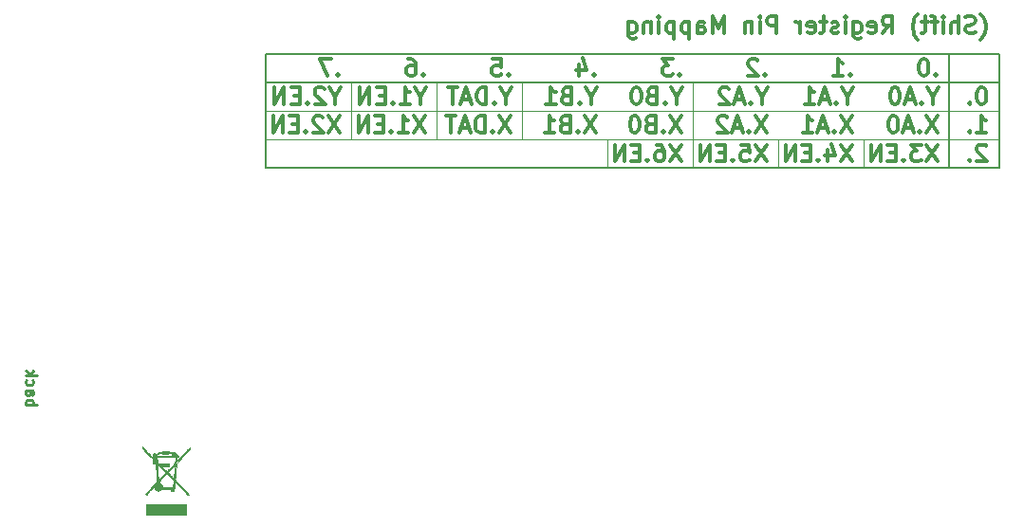
<source format=gbr>
G04 #@! TF.GenerationSoftware,KiCad,Pcbnew,(5.0.1)-4*
G04 #@! TF.CreationDate,2018-11-25T16:05:00+01:00*
G04 #@! TF.ProjectId,Flips6,466C697073362E6B696361645F706362,V1.0*
G04 #@! TF.SameCoordinates,Original*
G04 #@! TF.FileFunction,Legend,Bot*
G04 #@! TF.FilePolarity,Positive*
%FSLAX46Y46*%
G04 Gerber Fmt 4.6, Leading zero omitted, Abs format (unit mm)*
G04 Created by KiCad (PCBNEW (5.0.1)-4) date 25.11.2018 16:05:00*
%MOMM*%
%LPD*%
G01*
G04 APERTURE LIST*
%ADD10C,0.100000*%
%ADD11C,0.200000*%
%ADD12C,0.300000*%
%ADD13C,0.250000*%
%ADD14C,0.010000*%
G04 APERTURE END LIST*
D10*
X126365000Y-66040000D02*
X126365000Y-68580000D01*
X118745000Y-66040000D02*
X118745000Y-68580000D01*
X80645000Y-60960000D02*
X80645000Y-66040000D01*
X103505000Y-66040000D02*
X103505000Y-68580000D01*
X88265000Y-60960000D02*
X88265000Y-66040000D01*
X95885000Y-60960000D02*
X95885000Y-66040000D01*
X111125000Y-60960000D02*
X111125000Y-68580000D01*
X138430000Y-66040000D02*
X73025000Y-66040000D01*
X138430000Y-63500000D02*
X138430000Y-66040000D01*
X73025000Y-63500000D02*
X138430000Y-63500000D01*
D11*
X138430000Y-60960000D02*
X73025000Y-60960000D01*
X133985000Y-58420000D02*
X133985000Y-68580000D01*
X73025000Y-58420000D02*
X138430000Y-58420000D01*
X73025000Y-68580000D02*
X73025000Y-58420000D01*
X138430000Y-68580000D02*
X73025000Y-68580000D01*
X138430000Y-58420000D02*
X138430000Y-68580000D01*
D12*
X136814285Y-57130000D02*
X136885714Y-57058571D01*
X137028571Y-56844285D01*
X137100000Y-56701428D01*
X137171428Y-56487142D01*
X137242857Y-56130000D01*
X137242857Y-55844285D01*
X137171428Y-55487142D01*
X137100000Y-55272857D01*
X137028571Y-55130000D01*
X136885714Y-54915714D01*
X136814285Y-54844285D01*
X136314285Y-56487142D02*
X136100000Y-56558571D01*
X135742857Y-56558571D01*
X135600000Y-56487142D01*
X135528571Y-56415714D01*
X135457142Y-56272857D01*
X135457142Y-56130000D01*
X135528571Y-55987142D01*
X135600000Y-55915714D01*
X135742857Y-55844285D01*
X136028571Y-55772857D01*
X136171428Y-55701428D01*
X136242857Y-55630000D01*
X136314285Y-55487142D01*
X136314285Y-55344285D01*
X136242857Y-55201428D01*
X136171428Y-55130000D01*
X136028571Y-55058571D01*
X135671428Y-55058571D01*
X135457142Y-55130000D01*
X134814285Y-56558571D02*
X134814285Y-55058571D01*
X134171428Y-56558571D02*
X134171428Y-55772857D01*
X134242857Y-55630000D01*
X134385714Y-55558571D01*
X134600000Y-55558571D01*
X134742857Y-55630000D01*
X134814285Y-55701428D01*
X133457142Y-56558571D02*
X133457142Y-55558571D01*
X133457142Y-55058571D02*
X133528571Y-55130000D01*
X133457142Y-55201428D01*
X133385714Y-55130000D01*
X133457142Y-55058571D01*
X133457142Y-55201428D01*
X132957142Y-55558571D02*
X132385714Y-55558571D01*
X132742857Y-56558571D02*
X132742857Y-55272857D01*
X132671428Y-55130000D01*
X132528571Y-55058571D01*
X132385714Y-55058571D01*
X132100000Y-55558571D02*
X131528571Y-55558571D01*
X131885714Y-55058571D02*
X131885714Y-56344285D01*
X131814285Y-56487142D01*
X131671428Y-56558571D01*
X131528571Y-56558571D01*
X131171428Y-57130000D02*
X131100000Y-57058571D01*
X130957142Y-56844285D01*
X130885714Y-56701428D01*
X130814285Y-56487142D01*
X130742857Y-56130000D01*
X130742857Y-55844285D01*
X130814285Y-55487142D01*
X130885714Y-55272857D01*
X130957142Y-55130000D01*
X131100000Y-54915714D01*
X131171428Y-54844285D01*
X128028571Y-56558571D02*
X128528571Y-55844285D01*
X128885714Y-56558571D02*
X128885714Y-55058571D01*
X128314285Y-55058571D01*
X128171428Y-55130000D01*
X128100000Y-55201428D01*
X128028571Y-55344285D01*
X128028571Y-55558571D01*
X128100000Y-55701428D01*
X128171428Y-55772857D01*
X128314285Y-55844285D01*
X128885714Y-55844285D01*
X126814285Y-56487142D02*
X126957142Y-56558571D01*
X127242857Y-56558571D01*
X127385714Y-56487142D01*
X127457142Y-56344285D01*
X127457142Y-55772857D01*
X127385714Y-55630000D01*
X127242857Y-55558571D01*
X126957142Y-55558571D01*
X126814285Y-55630000D01*
X126742857Y-55772857D01*
X126742857Y-55915714D01*
X127457142Y-56058571D01*
X125457142Y-55558571D02*
X125457142Y-56772857D01*
X125528571Y-56915714D01*
X125600000Y-56987142D01*
X125742857Y-57058571D01*
X125957142Y-57058571D01*
X126100000Y-56987142D01*
X125457142Y-56487142D02*
X125600000Y-56558571D01*
X125885714Y-56558571D01*
X126028571Y-56487142D01*
X126100000Y-56415714D01*
X126171428Y-56272857D01*
X126171428Y-55844285D01*
X126100000Y-55701428D01*
X126028571Y-55630000D01*
X125885714Y-55558571D01*
X125600000Y-55558571D01*
X125457142Y-55630000D01*
X124742857Y-56558571D02*
X124742857Y-55558571D01*
X124742857Y-55058571D02*
X124814285Y-55130000D01*
X124742857Y-55201428D01*
X124671428Y-55130000D01*
X124742857Y-55058571D01*
X124742857Y-55201428D01*
X124100000Y-56487142D02*
X123957142Y-56558571D01*
X123671428Y-56558571D01*
X123528571Y-56487142D01*
X123457142Y-56344285D01*
X123457142Y-56272857D01*
X123528571Y-56130000D01*
X123671428Y-56058571D01*
X123885714Y-56058571D01*
X124028571Y-55987142D01*
X124100000Y-55844285D01*
X124100000Y-55772857D01*
X124028571Y-55630000D01*
X123885714Y-55558571D01*
X123671428Y-55558571D01*
X123528571Y-55630000D01*
X123028571Y-55558571D02*
X122457142Y-55558571D01*
X122814285Y-55058571D02*
X122814285Y-56344285D01*
X122742857Y-56487142D01*
X122600000Y-56558571D01*
X122457142Y-56558571D01*
X121385714Y-56487142D02*
X121528571Y-56558571D01*
X121814285Y-56558571D01*
X121957142Y-56487142D01*
X122028571Y-56344285D01*
X122028571Y-55772857D01*
X121957142Y-55630000D01*
X121814285Y-55558571D01*
X121528571Y-55558571D01*
X121385714Y-55630000D01*
X121314285Y-55772857D01*
X121314285Y-55915714D01*
X122028571Y-56058571D01*
X120671428Y-56558571D02*
X120671428Y-55558571D01*
X120671428Y-55844285D02*
X120600000Y-55701428D01*
X120528571Y-55630000D01*
X120385714Y-55558571D01*
X120242857Y-55558571D01*
X118600000Y-56558571D02*
X118600000Y-55058571D01*
X118028571Y-55058571D01*
X117885714Y-55130000D01*
X117814285Y-55201428D01*
X117742857Y-55344285D01*
X117742857Y-55558571D01*
X117814285Y-55701428D01*
X117885714Y-55772857D01*
X118028571Y-55844285D01*
X118600000Y-55844285D01*
X117100000Y-56558571D02*
X117100000Y-55558571D01*
X117100000Y-55058571D02*
X117171428Y-55130000D01*
X117100000Y-55201428D01*
X117028571Y-55130000D01*
X117100000Y-55058571D01*
X117100000Y-55201428D01*
X116385714Y-55558571D02*
X116385714Y-56558571D01*
X116385714Y-55701428D02*
X116314285Y-55630000D01*
X116171428Y-55558571D01*
X115957142Y-55558571D01*
X115814285Y-55630000D01*
X115742857Y-55772857D01*
X115742857Y-56558571D01*
X113885714Y-56558571D02*
X113885714Y-55058571D01*
X113385714Y-56130000D01*
X112885714Y-55058571D01*
X112885714Y-56558571D01*
X111528571Y-56558571D02*
X111528571Y-55772857D01*
X111600000Y-55630000D01*
X111742857Y-55558571D01*
X112028571Y-55558571D01*
X112171428Y-55630000D01*
X111528571Y-56487142D02*
X111671428Y-56558571D01*
X112028571Y-56558571D01*
X112171428Y-56487142D01*
X112242857Y-56344285D01*
X112242857Y-56201428D01*
X112171428Y-56058571D01*
X112028571Y-55987142D01*
X111671428Y-55987142D01*
X111528571Y-55915714D01*
X110814285Y-55558571D02*
X110814285Y-57058571D01*
X110814285Y-55630000D02*
X110671428Y-55558571D01*
X110385714Y-55558571D01*
X110242857Y-55630000D01*
X110171428Y-55701428D01*
X110100000Y-55844285D01*
X110100000Y-56272857D01*
X110171428Y-56415714D01*
X110242857Y-56487142D01*
X110385714Y-56558571D01*
X110671428Y-56558571D01*
X110814285Y-56487142D01*
X109457142Y-55558571D02*
X109457142Y-57058571D01*
X109457142Y-55630000D02*
X109314285Y-55558571D01*
X109028571Y-55558571D01*
X108885714Y-55630000D01*
X108814285Y-55701428D01*
X108742857Y-55844285D01*
X108742857Y-56272857D01*
X108814285Y-56415714D01*
X108885714Y-56487142D01*
X109028571Y-56558571D01*
X109314285Y-56558571D01*
X109457142Y-56487142D01*
X108100000Y-56558571D02*
X108100000Y-55558571D01*
X108100000Y-55058571D02*
X108171428Y-55130000D01*
X108100000Y-55201428D01*
X108028571Y-55130000D01*
X108100000Y-55058571D01*
X108100000Y-55201428D01*
X107385714Y-55558571D02*
X107385714Y-56558571D01*
X107385714Y-55701428D02*
X107314285Y-55630000D01*
X107171428Y-55558571D01*
X106957142Y-55558571D01*
X106814285Y-55630000D01*
X106742857Y-55772857D01*
X106742857Y-56558571D01*
X105385714Y-55558571D02*
X105385714Y-56772857D01*
X105457142Y-56915714D01*
X105528571Y-56987142D01*
X105671428Y-57058571D01*
X105885714Y-57058571D01*
X106028571Y-56987142D01*
X105385714Y-56487142D02*
X105528571Y-56558571D01*
X105814285Y-56558571D01*
X105957142Y-56487142D01*
X106028571Y-56415714D01*
X106100000Y-56272857D01*
X106100000Y-55844285D01*
X106028571Y-55701428D01*
X105957142Y-55630000D01*
X105814285Y-55558571D01*
X105528571Y-55558571D01*
X105385714Y-55630000D01*
X79457857Y-60210714D02*
X79386428Y-60282142D01*
X79457857Y-60353571D01*
X79529285Y-60282142D01*
X79457857Y-60210714D01*
X79457857Y-60353571D01*
X78886428Y-58853571D02*
X77886428Y-58853571D01*
X78529285Y-60353571D01*
X79172142Y-62189285D02*
X79172142Y-62903571D01*
X79672142Y-61403571D02*
X79172142Y-62189285D01*
X78672142Y-61403571D01*
X78243571Y-61546428D02*
X78172142Y-61475000D01*
X78029285Y-61403571D01*
X77672142Y-61403571D01*
X77529285Y-61475000D01*
X77457857Y-61546428D01*
X77386428Y-61689285D01*
X77386428Y-61832142D01*
X77457857Y-62046428D01*
X78315000Y-62903571D01*
X77386428Y-62903571D01*
X76743571Y-62760714D02*
X76672142Y-62832142D01*
X76743571Y-62903571D01*
X76815000Y-62832142D01*
X76743571Y-62760714D01*
X76743571Y-62903571D01*
X76029285Y-62117857D02*
X75529285Y-62117857D01*
X75315000Y-62903571D02*
X76029285Y-62903571D01*
X76029285Y-61403571D01*
X75315000Y-61403571D01*
X74672142Y-62903571D02*
X74672142Y-61403571D01*
X73815000Y-62903571D01*
X73815000Y-61403571D01*
X79600714Y-63953571D02*
X78600714Y-65453571D01*
X78600714Y-63953571D02*
X79600714Y-65453571D01*
X78100714Y-64096428D02*
X78029285Y-64025000D01*
X77886428Y-63953571D01*
X77529285Y-63953571D01*
X77386428Y-64025000D01*
X77315000Y-64096428D01*
X77243571Y-64239285D01*
X77243571Y-64382142D01*
X77315000Y-64596428D01*
X78172142Y-65453571D01*
X77243571Y-65453571D01*
X76600714Y-65310714D02*
X76529285Y-65382142D01*
X76600714Y-65453571D01*
X76672142Y-65382142D01*
X76600714Y-65310714D01*
X76600714Y-65453571D01*
X75886428Y-64667857D02*
X75386428Y-64667857D01*
X75172142Y-65453571D02*
X75886428Y-65453571D01*
X75886428Y-63953571D01*
X75172142Y-63953571D01*
X74529285Y-65453571D02*
X74529285Y-63953571D01*
X73672142Y-65453571D01*
X73672142Y-63953571D01*
X87077857Y-60210714D02*
X87006428Y-60282142D01*
X87077857Y-60353571D01*
X87149285Y-60282142D01*
X87077857Y-60210714D01*
X87077857Y-60353571D01*
X85720714Y-58853571D02*
X86006428Y-58853571D01*
X86149285Y-58925000D01*
X86220714Y-58996428D01*
X86363571Y-59210714D01*
X86435000Y-59496428D01*
X86435000Y-60067857D01*
X86363571Y-60210714D01*
X86292142Y-60282142D01*
X86149285Y-60353571D01*
X85863571Y-60353571D01*
X85720714Y-60282142D01*
X85649285Y-60210714D01*
X85577857Y-60067857D01*
X85577857Y-59710714D01*
X85649285Y-59567857D01*
X85720714Y-59496428D01*
X85863571Y-59425000D01*
X86149285Y-59425000D01*
X86292142Y-59496428D01*
X86363571Y-59567857D01*
X86435000Y-59710714D01*
X86792142Y-62189285D02*
X86792142Y-62903571D01*
X87292142Y-61403571D02*
X86792142Y-62189285D01*
X86292142Y-61403571D01*
X85006428Y-62903571D02*
X85863571Y-62903571D01*
X85435000Y-62903571D02*
X85435000Y-61403571D01*
X85577857Y-61617857D01*
X85720714Y-61760714D01*
X85863571Y-61832142D01*
X84363571Y-62760714D02*
X84292142Y-62832142D01*
X84363571Y-62903571D01*
X84435000Y-62832142D01*
X84363571Y-62760714D01*
X84363571Y-62903571D01*
X83649285Y-62117857D02*
X83149285Y-62117857D01*
X82935000Y-62903571D02*
X83649285Y-62903571D01*
X83649285Y-61403571D01*
X82935000Y-61403571D01*
X82292142Y-62903571D02*
X82292142Y-61403571D01*
X81435000Y-62903571D01*
X81435000Y-61403571D01*
X87220714Y-63953571D02*
X86220714Y-65453571D01*
X86220714Y-63953571D02*
X87220714Y-65453571D01*
X84863571Y-65453571D02*
X85720714Y-65453571D01*
X85292142Y-65453571D02*
X85292142Y-63953571D01*
X85435000Y-64167857D01*
X85577857Y-64310714D01*
X85720714Y-64382142D01*
X84220714Y-65310714D02*
X84149285Y-65382142D01*
X84220714Y-65453571D01*
X84292142Y-65382142D01*
X84220714Y-65310714D01*
X84220714Y-65453571D01*
X83506428Y-64667857D02*
X83006428Y-64667857D01*
X82792142Y-65453571D02*
X83506428Y-65453571D01*
X83506428Y-63953571D01*
X82792142Y-63953571D01*
X82149285Y-65453571D02*
X82149285Y-63953571D01*
X81292142Y-65453571D01*
X81292142Y-63953571D01*
X94697857Y-60210714D02*
X94626428Y-60282142D01*
X94697857Y-60353571D01*
X94769285Y-60282142D01*
X94697857Y-60210714D01*
X94697857Y-60353571D01*
X93269285Y-58853571D02*
X93983571Y-58853571D01*
X94055000Y-59567857D01*
X93983571Y-59496428D01*
X93840714Y-59425000D01*
X93483571Y-59425000D01*
X93340714Y-59496428D01*
X93269285Y-59567857D01*
X93197857Y-59710714D01*
X93197857Y-60067857D01*
X93269285Y-60210714D01*
X93340714Y-60282142D01*
X93483571Y-60353571D01*
X93840714Y-60353571D01*
X93983571Y-60282142D01*
X94055000Y-60210714D01*
X94412142Y-62189285D02*
X94412142Y-62903571D01*
X94912142Y-61403571D02*
X94412142Y-62189285D01*
X93912142Y-61403571D01*
X93412142Y-62760714D02*
X93340714Y-62832142D01*
X93412142Y-62903571D01*
X93483571Y-62832142D01*
X93412142Y-62760714D01*
X93412142Y-62903571D01*
X92697857Y-62903571D02*
X92697857Y-61403571D01*
X92340714Y-61403571D01*
X92126428Y-61475000D01*
X91983571Y-61617857D01*
X91912142Y-61760714D01*
X91840714Y-62046428D01*
X91840714Y-62260714D01*
X91912142Y-62546428D01*
X91983571Y-62689285D01*
X92126428Y-62832142D01*
X92340714Y-62903571D01*
X92697857Y-62903571D01*
X91269285Y-62475000D02*
X90555000Y-62475000D01*
X91412142Y-62903571D02*
X90912142Y-61403571D01*
X90412142Y-62903571D01*
X90126428Y-61403571D02*
X89269285Y-61403571D01*
X89697857Y-62903571D02*
X89697857Y-61403571D01*
X94840714Y-63953571D02*
X93840714Y-65453571D01*
X93840714Y-63953571D02*
X94840714Y-65453571D01*
X93269285Y-65310714D02*
X93197857Y-65382142D01*
X93269285Y-65453571D01*
X93340714Y-65382142D01*
X93269285Y-65310714D01*
X93269285Y-65453571D01*
X92555000Y-65453571D02*
X92555000Y-63953571D01*
X92197857Y-63953571D01*
X91983571Y-64025000D01*
X91840714Y-64167857D01*
X91769285Y-64310714D01*
X91697857Y-64596428D01*
X91697857Y-64810714D01*
X91769285Y-65096428D01*
X91840714Y-65239285D01*
X91983571Y-65382142D01*
X92197857Y-65453571D01*
X92555000Y-65453571D01*
X91126428Y-65025000D02*
X90412142Y-65025000D01*
X91269285Y-65453571D02*
X90769285Y-63953571D01*
X90269285Y-65453571D01*
X89983571Y-63953571D02*
X89126428Y-63953571D01*
X89555000Y-65453571D02*
X89555000Y-63953571D01*
X102317857Y-60210714D02*
X102246428Y-60282142D01*
X102317857Y-60353571D01*
X102389285Y-60282142D01*
X102317857Y-60210714D01*
X102317857Y-60353571D01*
X100960714Y-59353571D02*
X100960714Y-60353571D01*
X101317857Y-58782142D02*
X101675000Y-59853571D01*
X100746428Y-59853571D01*
X102032142Y-62189285D02*
X102032142Y-62903571D01*
X102532142Y-61403571D02*
X102032142Y-62189285D01*
X101532142Y-61403571D01*
X101032142Y-62760714D02*
X100960714Y-62832142D01*
X101032142Y-62903571D01*
X101103571Y-62832142D01*
X101032142Y-62760714D01*
X101032142Y-62903571D01*
X99817857Y-62117857D02*
X99603571Y-62189285D01*
X99532142Y-62260714D01*
X99460714Y-62403571D01*
X99460714Y-62617857D01*
X99532142Y-62760714D01*
X99603571Y-62832142D01*
X99746428Y-62903571D01*
X100317857Y-62903571D01*
X100317857Y-61403571D01*
X99817857Y-61403571D01*
X99675000Y-61475000D01*
X99603571Y-61546428D01*
X99532142Y-61689285D01*
X99532142Y-61832142D01*
X99603571Y-61975000D01*
X99675000Y-62046428D01*
X99817857Y-62117857D01*
X100317857Y-62117857D01*
X98032142Y-62903571D02*
X98889285Y-62903571D01*
X98460714Y-62903571D02*
X98460714Y-61403571D01*
X98603571Y-61617857D01*
X98746428Y-61760714D01*
X98889285Y-61832142D01*
X102460714Y-63953571D02*
X101460714Y-65453571D01*
X101460714Y-63953571D02*
X102460714Y-65453571D01*
X100889285Y-65310714D02*
X100817857Y-65382142D01*
X100889285Y-65453571D01*
X100960714Y-65382142D01*
X100889285Y-65310714D01*
X100889285Y-65453571D01*
X99675000Y-64667857D02*
X99460714Y-64739285D01*
X99389285Y-64810714D01*
X99317857Y-64953571D01*
X99317857Y-65167857D01*
X99389285Y-65310714D01*
X99460714Y-65382142D01*
X99603571Y-65453571D01*
X100175000Y-65453571D01*
X100175000Y-63953571D01*
X99675000Y-63953571D01*
X99532142Y-64025000D01*
X99460714Y-64096428D01*
X99389285Y-64239285D01*
X99389285Y-64382142D01*
X99460714Y-64525000D01*
X99532142Y-64596428D01*
X99675000Y-64667857D01*
X100175000Y-64667857D01*
X97889285Y-65453571D02*
X98746428Y-65453571D01*
X98317857Y-65453571D02*
X98317857Y-63953571D01*
X98460714Y-64167857D01*
X98603571Y-64310714D01*
X98746428Y-64382142D01*
X109937857Y-60210714D02*
X109866428Y-60282142D01*
X109937857Y-60353571D01*
X110009285Y-60282142D01*
X109937857Y-60210714D01*
X109937857Y-60353571D01*
X109366428Y-58853571D02*
X108437857Y-58853571D01*
X108937857Y-59425000D01*
X108723571Y-59425000D01*
X108580714Y-59496428D01*
X108509285Y-59567857D01*
X108437857Y-59710714D01*
X108437857Y-60067857D01*
X108509285Y-60210714D01*
X108580714Y-60282142D01*
X108723571Y-60353571D01*
X109152142Y-60353571D01*
X109295000Y-60282142D01*
X109366428Y-60210714D01*
X109652142Y-62189285D02*
X109652142Y-62903571D01*
X110152142Y-61403571D02*
X109652142Y-62189285D01*
X109152142Y-61403571D01*
X108652142Y-62760714D02*
X108580714Y-62832142D01*
X108652142Y-62903571D01*
X108723571Y-62832142D01*
X108652142Y-62760714D01*
X108652142Y-62903571D01*
X107437857Y-62117857D02*
X107223571Y-62189285D01*
X107152142Y-62260714D01*
X107080714Y-62403571D01*
X107080714Y-62617857D01*
X107152142Y-62760714D01*
X107223571Y-62832142D01*
X107366428Y-62903571D01*
X107937857Y-62903571D01*
X107937857Y-61403571D01*
X107437857Y-61403571D01*
X107295000Y-61475000D01*
X107223571Y-61546428D01*
X107152142Y-61689285D01*
X107152142Y-61832142D01*
X107223571Y-61975000D01*
X107295000Y-62046428D01*
X107437857Y-62117857D01*
X107937857Y-62117857D01*
X106152142Y-61403571D02*
X106009285Y-61403571D01*
X105866428Y-61475000D01*
X105795000Y-61546428D01*
X105723571Y-61689285D01*
X105652142Y-61975000D01*
X105652142Y-62332142D01*
X105723571Y-62617857D01*
X105795000Y-62760714D01*
X105866428Y-62832142D01*
X106009285Y-62903571D01*
X106152142Y-62903571D01*
X106295000Y-62832142D01*
X106366428Y-62760714D01*
X106437857Y-62617857D01*
X106509285Y-62332142D01*
X106509285Y-61975000D01*
X106437857Y-61689285D01*
X106366428Y-61546428D01*
X106295000Y-61475000D01*
X106152142Y-61403571D01*
X110080714Y-63953571D02*
X109080714Y-65453571D01*
X109080714Y-63953571D02*
X110080714Y-65453571D01*
X108509285Y-65310714D02*
X108437857Y-65382142D01*
X108509285Y-65453571D01*
X108580714Y-65382142D01*
X108509285Y-65310714D01*
X108509285Y-65453571D01*
X107295000Y-64667857D02*
X107080714Y-64739285D01*
X107009285Y-64810714D01*
X106937857Y-64953571D01*
X106937857Y-65167857D01*
X107009285Y-65310714D01*
X107080714Y-65382142D01*
X107223571Y-65453571D01*
X107795000Y-65453571D01*
X107795000Y-63953571D01*
X107295000Y-63953571D01*
X107152142Y-64025000D01*
X107080714Y-64096428D01*
X107009285Y-64239285D01*
X107009285Y-64382142D01*
X107080714Y-64525000D01*
X107152142Y-64596428D01*
X107295000Y-64667857D01*
X107795000Y-64667857D01*
X106009285Y-63953571D02*
X105866428Y-63953571D01*
X105723571Y-64025000D01*
X105652142Y-64096428D01*
X105580714Y-64239285D01*
X105509285Y-64525000D01*
X105509285Y-64882142D01*
X105580714Y-65167857D01*
X105652142Y-65310714D01*
X105723571Y-65382142D01*
X105866428Y-65453571D01*
X106009285Y-65453571D01*
X106152142Y-65382142D01*
X106223571Y-65310714D01*
X106295000Y-65167857D01*
X106366428Y-64882142D01*
X106366428Y-64525000D01*
X106295000Y-64239285D01*
X106223571Y-64096428D01*
X106152142Y-64025000D01*
X106009285Y-63953571D01*
X110080714Y-66503571D02*
X109080714Y-68003571D01*
X109080714Y-66503571D02*
X110080714Y-68003571D01*
X107866428Y-66503571D02*
X108152142Y-66503571D01*
X108295000Y-66575000D01*
X108366428Y-66646428D01*
X108509285Y-66860714D01*
X108580714Y-67146428D01*
X108580714Y-67717857D01*
X108509285Y-67860714D01*
X108437857Y-67932142D01*
X108295000Y-68003571D01*
X108009285Y-68003571D01*
X107866428Y-67932142D01*
X107795000Y-67860714D01*
X107723571Y-67717857D01*
X107723571Y-67360714D01*
X107795000Y-67217857D01*
X107866428Y-67146428D01*
X108009285Y-67075000D01*
X108295000Y-67075000D01*
X108437857Y-67146428D01*
X108509285Y-67217857D01*
X108580714Y-67360714D01*
X107080714Y-67860714D02*
X107009285Y-67932142D01*
X107080714Y-68003571D01*
X107152142Y-67932142D01*
X107080714Y-67860714D01*
X107080714Y-68003571D01*
X106366428Y-67217857D02*
X105866428Y-67217857D01*
X105652142Y-68003571D02*
X106366428Y-68003571D01*
X106366428Y-66503571D01*
X105652142Y-66503571D01*
X105009285Y-68003571D02*
X105009285Y-66503571D01*
X104152142Y-68003571D01*
X104152142Y-66503571D01*
X117557857Y-60210714D02*
X117486428Y-60282142D01*
X117557857Y-60353571D01*
X117629285Y-60282142D01*
X117557857Y-60210714D01*
X117557857Y-60353571D01*
X116915000Y-58996428D02*
X116843571Y-58925000D01*
X116700714Y-58853571D01*
X116343571Y-58853571D01*
X116200714Y-58925000D01*
X116129285Y-58996428D01*
X116057857Y-59139285D01*
X116057857Y-59282142D01*
X116129285Y-59496428D01*
X116986428Y-60353571D01*
X116057857Y-60353571D01*
X117272142Y-62189285D02*
X117272142Y-62903571D01*
X117772142Y-61403571D02*
X117272142Y-62189285D01*
X116772142Y-61403571D01*
X116272142Y-62760714D02*
X116200714Y-62832142D01*
X116272142Y-62903571D01*
X116343571Y-62832142D01*
X116272142Y-62760714D01*
X116272142Y-62903571D01*
X115629285Y-62475000D02*
X114915000Y-62475000D01*
X115772142Y-62903571D02*
X115272142Y-61403571D01*
X114772142Y-62903571D01*
X114343571Y-61546428D02*
X114272142Y-61475000D01*
X114129285Y-61403571D01*
X113772142Y-61403571D01*
X113629285Y-61475000D01*
X113557857Y-61546428D01*
X113486428Y-61689285D01*
X113486428Y-61832142D01*
X113557857Y-62046428D01*
X114415000Y-62903571D01*
X113486428Y-62903571D01*
X117700714Y-63953571D02*
X116700714Y-65453571D01*
X116700714Y-63953571D02*
X117700714Y-65453571D01*
X116129285Y-65310714D02*
X116057857Y-65382142D01*
X116129285Y-65453571D01*
X116200714Y-65382142D01*
X116129285Y-65310714D01*
X116129285Y-65453571D01*
X115486428Y-65025000D02*
X114772142Y-65025000D01*
X115629285Y-65453571D02*
X115129285Y-63953571D01*
X114629285Y-65453571D01*
X114200714Y-64096428D02*
X114129285Y-64025000D01*
X113986428Y-63953571D01*
X113629285Y-63953571D01*
X113486428Y-64025000D01*
X113415000Y-64096428D01*
X113343571Y-64239285D01*
X113343571Y-64382142D01*
X113415000Y-64596428D01*
X114272142Y-65453571D01*
X113343571Y-65453571D01*
X117700714Y-66503571D02*
X116700714Y-68003571D01*
X116700714Y-66503571D02*
X117700714Y-68003571D01*
X115415000Y-66503571D02*
X116129285Y-66503571D01*
X116200714Y-67217857D01*
X116129285Y-67146428D01*
X115986428Y-67075000D01*
X115629285Y-67075000D01*
X115486428Y-67146428D01*
X115415000Y-67217857D01*
X115343571Y-67360714D01*
X115343571Y-67717857D01*
X115415000Y-67860714D01*
X115486428Y-67932142D01*
X115629285Y-68003571D01*
X115986428Y-68003571D01*
X116129285Y-67932142D01*
X116200714Y-67860714D01*
X114700714Y-67860714D02*
X114629285Y-67932142D01*
X114700714Y-68003571D01*
X114772142Y-67932142D01*
X114700714Y-67860714D01*
X114700714Y-68003571D01*
X113986428Y-67217857D02*
X113486428Y-67217857D01*
X113272142Y-68003571D02*
X113986428Y-68003571D01*
X113986428Y-66503571D01*
X113272142Y-66503571D01*
X112629285Y-68003571D02*
X112629285Y-66503571D01*
X111772142Y-68003571D01*
X111772142Y-66503571D01*
X125177857Y-60210714D02*
X125106428Y-60282142D01*
X125177857Y-60353571D01*
X125249285Y-60282142D01*
X125177857Y-60210714D01*
X125177857Y-60353571D01*
X123677857Y-60353571D02*
X124535000Y-60353571D01*
X124106428Y-60353571D02*
X124106428Y-58853571D01*
X124249285Y-59067857D01*
X124392142Y-59210714D01*
X124535000Y-59282142D01*
X124892142Y-62189285D02*
X124892142Y-62903571D01*
X125392142Y-61403571D02*
X124892142Y-62189285D01*
X124392142Y-61403571D01*
X123892142Y-62760714D02*
X123820714Y-62832142D01*
X123892142Y-62903571D01*
X123963571Y-62832142D01*
X123892142Y-62760714D01*
X123892142Y-62903571D01*
X123249285Y-62475000D02*
X122535000Y-62475000D01*
X123392142Y-62903571D02*
X122892142Y-61403571D01*
X122392142Y-62903571D01*
X121106428Y-62903571D02*
X121963571Y-62903571D01*
X121535000Y-62903571D02*
X121535000Y-61403571D01*
X121677857Y-61617857D01*
X121820714Y-61760714D01*
X121963571Y-61832142D01*
X125320714Y-63953571D02*
X124320714Y-65453571D01*
X124320714Y-63953571D02*
X125320714Y-65453571D01*
X123749285Y-65310714D02*
X123677857Y-65382142D01*
X123749285Y-65453571D01*
X123820714Y-65382142D01*
X123749285Y-65310714D01*
X123749285Y-65453571D01*
X123106428Y-65025000D02*
X122392142Y-65025000D01*
X123249285Y-65453571D02*
X122749285Y-63953571D01*
X122249285Y-65453571D01*
X120963571Y-65453571D02*
X121820714Y-65453571D01*
X121392142Y-65453571D02*
X121392142Y-63953571D01*
X121535000Y-64167857D01*
X121677857Y-64310714D01*
X121820714Y-64382142D01*
X125320714Y-66503571D02*
X124320714Y-68003571D01*
X124320714Y-66503571D02*
X125320714Y-68003571D01*
X123106428Y-67003571D02*
X123106428Y-68003571D01*
X123463571Y-66432142D02*
X123820714Y-67503571D01*
X122892142Y-67503571D01*
X122320714Y-67860714D02*
X122249285Y-67932142D01*
X122320714Y-68003571D01*
X122392142Y-67932142D01*
X122320714Y-67860714D01*
X122320714Y-68003571D01*
X121606428Y-67217857D02*
X121106428Y-67217857D01*
X120892142Y-68003571D02*
X121606428Y-68003571D01*
X121606428Y-66503571D01*
X120892142Y-66503571D01*
X120249285Y-68003571D02*
X120249285Y-66503571D01*
X119392142Y-68003571D01*
X119392142Y-66503571D01*
X132797857Y-60210714D02*
X132726428Y-60282142D01*
X132797857Y-60353571D01*
X132869285Y-60282142D01*
X132797857Y-60210714D01*
X132797857Y-60353571D01*
X131797857Y-58853571D02*
X131655000Y-58853571D01*
X131512142Y-58925000D01*
X131440714Y-58996428D01*
X131369285Y-59139285D01*
X131297857Y-59425000D01*
X131297857Y-59782142D01*
X131369285Y-60067857D01*
X131440714Y-60210714D01*
X131512142Y-60282142D01*
X131655000Y-60353571D01*
X131797857Y-60353571D01*
X131940714Y-60282142D01*
X132012142Y-60210714D01*
X132083571Y-60067857D01*
X132155000Y-59782142D01*
X132155000Y-59425000D01*
X132083571Y-59139285D01*
X132012142Y-58996428D01*
X131940714Y-58925000D01*
X131797857Y-58853571D01*
X132512142Y-62189285D02*
X132512142Y-62903571D01*
X133012142Y-61403571D02*
X132512142Y-62189285D01*
X132012142Y-61403571D01*
X131512142Y-62760714D02*
X131440714Y-62832142D01*
X131512142Y-62903571D01*
X131583571Y-62832142D01*
X131512142Y-62760714D01*
X131512142Y-62903571D01*
X130869285Y-62475000D02*
X130155000Y-62475000D01*
X131012142Y-62903571D02*
X130512142Y-61403571D01*
X130012142Y-62903571D01*
X129226428Y-61403571D02*
X129083571Y-61403571D01*
X128940714Y-61475000D01*
X128869285Y-61546428D01*
X128797857Y-61689285D01*
X128726428Y-61975000D01*
X128726428Y-62332142D01*
X128797857Y-62617857D01*
X128869285Y-62760714D01*
X128940714Y-62832142D01*
X129083571Y-62903571D01*
X129226428Y-62903571D01*
X129369285Y-62832142D01*
X129440714Y-62760714D01*
X129512142Y-62617857D01*
X129583571Y-62332142D01*
X129583571Y-61975000D01*
X129512142Y-61689285D01*
X129440714Y-61546428D01*
X129369285Y-61475000D01*
X129226428Y-61403571D01*
X132940714Y-63953571D02*
X131940714Y-65453571D01*
X131940714Y-63953571D02*
X132940714Y-65453571D01*
X131369285Y-65310714D02*
X131297857Y-65382142D01*
X131369285Y-65453571D01*
X131440714Y-65382142D01*
X131369285Y-65310714D01*
X131369285Y-65453571D01*
X130726428Y-65025000D02*
X130012142Y-65025000D01*
X130869285Y-65453571D02*
X130369285Y-63953571D01*
X129869285Y-65453571D01*
X129083571Y-63953571D02*
X128940714Y-63953571D01*
X128797857Y-64025000D01*
X128726428Y-64096428D01*
X128655000Y-64239285D01*
X128583571Y-64525000D01*
X128583571Y-64882142D01*
X128655000Y-65167857D01*
X128726428Y-65310714D01*
X128797857Y-65382142D01*
X128940714Y-65453571D01*
X129083571Y-65453571D01*
X129226428Y-65382142D01*
X129297857Y-65310714D01*
X129369285Y-65167857D01*
X129440714Y-64882142D01*
X129440714Y-64525000D01*
X129369285Y-64239285D01*
X129297857Y-64096428D01*
X129226428Y-64025000D01*
X129083571Y-63953571D01*
X132940714Y-66503571D02*
X131940714Y-68003571D01*
X131940714Y-66503571D02*
X132940714Y-68003571D01*
X131512142Y-66503571D02*
X130583571Y-66503571D01*
X131083571Y-67075000D01*
X130869285Y-67075000D01*
X130726428Y-67146428D01*
X130655000Y-67217857D01*
X130583571Y-67360714D01*
X130583571Y-67717857D01*
X130655000Y-67860714D01*
X130726428Y-67932142D01*
X130869285Y-68003571D01*
X131297857Y-68003571D01*
X131440714Y-67932142D01*
X131512142Y-67860714D01*
X129940714Y-67860714D02*
X129869285Y-67932142D01*
X129940714Y-68003571D01*
X130012142Y-67932142D01*
X129940714Y-67860714D01*
X129940714Y-68003571D01*
X129226428Y-67217857D02*
X128726428Y-67217857D01*
X128512142Y-68003571D02*
X129226428Y-68003571D01*
X129226428Y-66503571D01*
X128512142Y-66503571D01*
X127869285Y-68003571D02*
X127869285Y-66503571D01*
X127012142Y-68003571D01*
X127012142Y-66503571D01*
X136957142Y-61403571D02*
X136814285Y-61403571D01*
X136671428Y-61475000D01*
X136600000Y-61546428D01*
X136528571Y-61689285D01*
X136457142Y-61975000D01*
X136457142Y-62332142D01*
X136528571Y-62617857D01*
X136600000Y-62760714D01*
X136671428Y-62832142D01*
X136814285Y-62903571D01*
X136957142Y-62903571D01*
X137100000Y-62832142D01*
X137171428Y-62760714D01*
X137242857Y-62617857D01*
X137314285Y-62332142D01*
X137314285Y-61975000D01*
X137242857Y-61689285D01*
X137171428Y-61546428D01*
X137100000Y-61475000D01*
X136957142Y-61403571D01*
X135814285Y-62760714D02*
X135742857Y-62832142D01*
X135814285Y-62903571D01*
X135885714Y-62832142D01*
X135814285Y-62760714D01*
X135814285Y-62903571D01*
X136457142Y-65453571D02*
X137314285Y-65453571D01*
X136885714Y-65453571D02*
X136885714Y-63953571D01*
X137028571Y-64167857D01*
X137171428Y-64310714D01*
X137314285Y-64382142D01*
X135814285Y-65310714D02*
X135742857Y-65382142D01*
X135814285Y-65453571D01*
X135885714Y-65382142D01*
X135814285Y-65310714D01*
X135814285Y-65453571D01*
X137314285Y-66646428D02*
X137242857Y-66575000D01*
X137100000Y-66503571D01*
X136742857Y-66503571D01*
X136600000Y-66575000D01*
X136528571Y-66646428D01*
X136457142Y-66789285D01*
X136457142Y-66932142D01*
X136528571Y-67146428D01*
X137385714Y-68003571D01*
X136457142Y-68003571D01*
X135814285Y-67860714D02*
X135742857Y-67932142D01*
X135814285Y-68003571D01*
X135885714Y-67932142D01*
X135814285Y-67860714D01*
X135814285Y-68003571D01*
D13*
X51617619Y-89765000D02*
X52617619Y-89765000D01*
X52236666Y-89765000D02*
X52284285Y-89669761D01*
X52284285Y-89479285D01*
X52236666Y-89384047D01*
X52189047Y-89336428D01*
X52093809Y-89288809D01*
X51808095Y-89288809D01*
X51712857Y-89336428D01*
X51665238Y-89384047D01*
X51617619Y-89479285D01*
X51617619Y-89669761D01*
X51665238Y-89765000D01*
X51617619Y-88431666D02*
X52141428Y-88431666D01*
X52236666Y-88479285D01*
X52284285Y-88574523D01*
X52284285Y-88765000D01*
X52236666Y-88860238D01*
X51665238Y-88431666D02*
X51617619Y-88526904D01*
X51617619Y-88765000D01*
X51665238Y-88860238D01*
X51760476Y-88907857D01*
X51855714Y-88907857D01*
X51950952Y-88860238D01*
X51998571Y-88765000D01*
X51998571Y-88526904D01*
X52046190Y-88431666D01*
X51665238Y-87526904D02*
X51617619Y-87622142D01*
X51617619Y-87812619D01*
X51665238Y-87907857D01*
X51712857Y-87955476D01*
X51808095Y-88003095D01*
X52093809Y-88003095D01*
X52189047Y-87955476D01*
X52236666Y-87907857D01*
X52284285Y-87812619D01*
X52284285Y-87622142D01*
X52236666Y-87526904D01*
X51617619Y-87098333D02*
X52617619Y-87098333D01*
X51998571Y-87003095D02*
X51617619Y-86717380D01*
X52284285Y-86717380D02*
X51903333Y-87098333D01*
D14*
G04 #@! TO.C,REF\002A\002A\002A*
G36*
X62387178Y-99537822D02*
X65907971Y-99537822D01*
X65907971Y-98670198D01*
X62387178Y-98670198D01*
X62387178Y-99537822D01*
X62387178Y-99537822D01*
G37*
X62387178Y-99537822D02*
X65907971Y-99537822D01*
X65907971Y-98670198D01*
X62387178Y-98670198D01*
X62387178Y-99537822D01*
G36*
X62010570Y-93584848D02*
X62011189Y-93671931D01*
X62462914Y-94130891D01*
X62914639Y-94589852D01*
X62914968Y-94800471D01*
X62915297Y-95011089D01*
X63190390Y-95011089D01*
X63197478Y-95064530D01*
X63200162Y-95088888D01*
X63204687Y-95134759D01*
X63210809Y-95199405D01*
X63218288Y-95280091D01*
X63226881Y-95374081D01*
X63236346Y-95478637D01*
X63246442Y-95591025D01*
X63256926Y-95708507D01*
X63267556Y-95828348D01*
X63278091Y-95947811D01*
X63288287Y-96064159D01*
X63297905Y-96174657D01*
X63306700Y-96276569D01*
X63314432Y-96367158D01*
X63320858Y-96443687D01*
X63325737Y-96503421D01*
X63328825Y-96543624D01*
X63329883Y-96561559D01*
X63329882Y-96561644D01*
X63322173Y-96576035D01*
X63299019Y-96605748D01*
X63260105Y-96651131D01*
X63205116Y-96712529D01*
X63133736Y-96790288D01*
X63045651Y-96884754D01*
X62940546Y-96996272D01*
X62818105Y-97125188D01*
X62783690Y-97161287D01*
X62237863Y-97733416D01*
X62326119Y-97821436D01*
X62397515Y-97743758D01*
X62423634Y-97715686D01*
X62464434Y-97672274D01*
X62517223Y-97616366D01*
X62579309Y-97550808D01*
X62648000Y-97478441D01*
X62720604Y-97402112D01*
X62764040Y-97356524D01*
X62845584Y-97271119D01*
X62911496Y-97202710D01*
X62963456Y-97150053D01*
X63003145Y-97111905D01*
X63032243Y-97087020D01*
X63052431Y-97074156D01*
X63065390Y-97072068D01*
X63072800Y-97079513D01*
X63076342Y-97095246D01*
X63077697Y-97118023D01*
X63077879Y-97124239D01*
X63087297Y-97167061D01*
X63110503Y-97218819D01*
X63142864Y-97271328D01*
X63179748Y-97316403D01*
X63194507Y-97330328D01*
X63270233Y-97379047D01*
X63358692Y-97406306D01*
X63436900Y-97412773D01*
X63525532Y-97400576D01*
X63607388Y-97364813D01*
X63679836Y-97306722D01*
X63693203Y-97292262D01*
X63742082Y-97236733D01*
X64587674Y-97236733D01*
X64587674Y-97412773D01*
X64814010Y-97412773D01*
X64814010Y-97330531D01*
X64816850Y-97274386D01*
X64826393Y-97235416D01*
X64837991Y-97214219D01*
X64846277Y-97199052D01*
X64853373Y-97177062D01*
X64859748Y-97144987D01*
X64865872Y-97099569D01*
X64872216Y-97037548D01*
X64879250Y-96955662D01*
X64884066Y-96894746D01*
X64906161Y-96609343D01*
X65448565Y-97158805D01*
X65546637Y-97258228D01*
X65640784Y-97353815D01*
X65729285Y-97443810D01*
X65810420Y-97526457D01*
X65882469Y-97600001D01*
X65943712Y-97662684D01*
X65992427Y-97712752D01*
X66026896Y-97748448D01*
X66045379Y-97767995D01*
X66075743Y-97798944D01*
X66101071Y-97820530D01*
X66114695Y-97827723D01*
X66132095Y-97819297D01*
X66157460Y-97798245D01*
X66166058Y-97789671D01*
X66202514Y-97751620D01*
X66001802Y-97547658D01*
X65950596Y-97495699D01*
X65884569Y-97428820D01*
X65806618Y-97349950D01*
X65719638Y-97262014D01*
X65626526Y-97167941D01*
X65530179Y-97070658D01*
X65433492Y-96973093D01*
X65364134Y-96903145D01*
X65258703Y-96796550D01*
X65170129Y-96706307D01*
X65097281Y-96631192D01*
X65039023Y-96569986D01*
X64994225Y-96521466D01*
X64972021Y-96496129D01*
X64793724Y-96496129D01*
X64771401Y-96781555D01*
X64764669Y-96865219D01*
X64758157Y-96941727D01*
X64752234Y-97007081D01*
X64747268Y-97057281D01*
X64743629Y-97088329D01*
X64742458Y-97095273D01*
X64735838Y-97123565D01*
X63786364Y-97123565D01*
X63780026Y-97044606D01*
X63760890Y-96951315D01*
X63720846Y-96868791D01*
X63662418Y-96800038D01*
X63588129Y-96748063D01*
X63504748Y-96716863D01*
X63477698Y-96702228D01*
X63464156Y-96670819D01*
X63463872Y-96669434D01*
X63462247Y-96656174D01*
X63464256Y-96642595D01*
X63471858Y-96626181D01*
X63487016Y-96604411D01*
X63511688Y-96574767D01*
X63547836Y-96534732D01*
X63597420Y-96481785D01*
X63662401Y-96413409D01*
X63666599Y-96409005D01*
X63736493Y-96335611D01*
X63810800Y-96257437D01*
X63884414Y-96179864D01*
X63952229Y-96108275D01*
X64009140Y-96048051D01*
X64021832Y-96034587D01*
X64070487Y-95983820D01*
X64113709Y-95940375D01*
X64148395Y-95907241D01*
X64171444Y-95887405D01*
X64179182Y-95883046D01*
X64190722Y-95892170D01*
X64217710Y-95917200D01*
X64258021Y-95956052D01*
X64309529Y-96006643D01*
X64370109Y-96066888D01*
X64437636Y-96134704D01*
X64492826Y-96190565D01*
X64793724Y-96496129D01*
X64972021Y-96496129D01*
X64961751Y-96484411D01*
X64940471Y-96457599D01*
X64929251Y-96439808D01*
X64926754Y-96431570D01*
X64927700Y-96413590D01*
X64930573Y-96372892D01*
X64935187Y-96311819D01*
X64941358Y-96232713D01*
X64948898Y-96137914D01*
X64957621Y-96029767D01*
X64967343Y-95910612D01*
X64977876Y-95782791D01*
X64986365Y-95680635D01*
X65034396Y-95104674D01*
X64910805Y-95104674D01*
X64910273Y-95117104D01*
X64907769Y-95152110D01*
X64903496Y-95207215D01*
X64897653Y-95279943D01*
X64890443Y-95367814D01*
X64882066Y-95468351D01*
X64872723Y-95579077D01*
X64863758Y-95684205D01*
X64853602Y-95803483D01*
X64844142Y-95916080D01*
X64835596Y-96019305D01*
X64828179Y-96110473D01*
X64822108Y-96186895D01*
X64817601Y-96245883D01*
X64814873Y-96284749D01*
X64814116Y-96299844D01*
X64812935Y-96309238D01*
X64808256Y-96312966D01*
X64798276Y-96309471D01*
X64781190Y-96297199D01*
X64755196Y-96274594D01*
X64718490Y-96240100D01*
X64669267Y-96192162D01*
X64605726Y-96129224D01*
X64538305Y-96061968D01*
X64262601Y-95786477D01*
X64264533Y-95784406D01*
X64082290Y-95784406D01*
X64073984Y-95795780D01*
X64050733Y-95822563D01*
X64014865Y-95862292D01*
X63968713Y-95912507D01*
X63914606Y-95970746D01*
X63854874Y-96034547D01*
X63791848Y-96101449D01*
X63727858Y-96168990D01*
X63665236Y-96234710D01*
X63606310Y-96296146D01*
X63553412Y-96350837D01*
X63508872Y-96396322D01*
X63475020Y-96430138D01*
X63454188Y-96449826D01*
X63448506Y-96453837D01*
X63446634Y-96440891D01*
X63442746Y-96405134D01*
X63437057Y-96348804D01*
X63429781Y-96274140D01*
X63421131Y-96183380D01*
X63411322Y-96078762D01*
X63400566Y-95962526D01*
X63389079Y-95836908D01*
X63379907Y-95735618D01*
X63368174Y-95604279D01*
X63357335Y-95480552D01*
X63347570Y-95366681D01*
X63339063Y-95264911D01*
X63331995Y-95177487D01*
X63326549Y-95106653D01*
X63322908Y-95054653D01*
X63321253Y-95023732D01*
X63321442Y-95015703D01*
X63331334Y-95022854D01*
X63356524Y-95045841D01*
X63394810Y-95082439D01*
X63443989Y-95130422D01*
X63501861Y-95187566D01*
X63566222Y-95251647D01*
X63634871Y-95320438D01*
X63705605Y-95391716D01*
X63776222Y-95463255D01*
X63844520Y-95532830D01*
X63908296Y-95598217D01*
X63965350Y-95657191D01*
X64013478Y-95707527D01*
X64050478Y-95746999D01*
X64074148Y-95773383D01*
X64082290Y-95784406D01*
X64264533Y-95784406D01*
X64365409Y-95676295D01*
X64417768Y-95620377D01*
X64476535Y-95557948D01*
X64539385Y-95491443D01*
X64603995Y-95423298D01*
X64668042Y-95355948D01*
X64729203Y-95291828D01*
X64785153Y-95233372D01*
X64833570Y-95183018D01*
X64872130Y-95143198D01*
X64898509Y-95116350D01*
X64910384Y-95104908D01*
X64910805Y-95104674D01*
X65034396Y-95104674D01*
X65046401Y-94960726D01*
X65646938Y-94329158D01*
X66247475Y-93697589D01*
X66247034Y-93609315D01*
X66246592Y-93521040D01*
X66149583Y-93624666D01*
X66095291Y-93682463D01*
X66031192Y-93750368D01*
X65959016Y-93826572D01*
X65880492Y-93909269D01*
X65797349Y-93996653D01*
X65711319Y-94086915D01*
X65624130Y-94178250D01*
X65537513Y-94268849D01*
X65453197Y-94356907D01*
X65372912Y-94440615D01*
X65298387Y-94518167D01*
X65231354Y-94587757D01*
X65173541Y-94647576D01*
X65126679Y-94695818D01*
X65092496Y-94730676D01*
X65072724Y-94750343D01*
X65068390Y-94754116D01*
X65068092Y-94740992D01*
X65069731Y-94707389D01*
X65073023Y-94657880D01*
X65077682Y-94597037D01*
X65079682Y-94572732D01*
X65094577Y-94394951D01*
X64977955Y-94394951D01*
X64971934Y-94423243D01*
X64968863Y-94445618D01*
X64964548Y-94487717D01*
X64959488Y-94544178D01*
X64954181Y-94609635D01*
X64952344Y-94633862D01*
X64946927Y-94703421D01*
X64941459Y-94768018D01*
X64936488Y-94821548D01*
X64932561Y-94857910D01*
X64931675Y-94864509D01*
X64928334Y-94878056D01*
X64921101Y-94893914D01*
X64908440Y-94913861D01*
X64888811Y-94939673D01*
X64860678Y-94973129D01*
X64822502Y-95016007D01*
X64772746Y-95070083D01*
X64709871Y-95137136D01*
X64632341Y-95218943D01*
X64553251Y-95301950D01*
X64474564Y-95384094D01*
X64401112Y-95460169D01*
X64334724Y-95528325D01*
X64277227Y-95586712D01*
X64230451Y-95633481D01*
X64196224Y-95666782D01*
X64176373Y-95684767D01*
X64172140Y-95687442D01*
X64161003Y-95677741D01*
X64134971Y-95652441D01*
X64096570Y-95614082D01*
X64048328Y-95565200D01*
X63992770Y-95508334D01*
X63952592Y-95466906D01*
X63742831Y-95250000D01*
X64361337Y-95250000D01*
X64361337Y-95011089D01*
X63606881Y-95011089D01*
X63606881Y-95117542D01*
X63468565Y-94979654D01*
X63370447Y-94881840D01*
X63179357Y-94881840D01*
X63177529Y-94897270D01*
X63168277Y-94905867D01*
X63145950Y-94909613D01*
X63104895Y-94910489D01*
X63097624Y-94910495D01*
X63015891Y-94910495D01*
X63015891Y-94691172D01*
X63097624Y-94772179D01*
X63143730Y-94821428D01*
X63171306Y-94859159D01*
X63179357Y-94881840D01*
X63370447Y-94881840D01*
X63330248Y-94841766D01*
X63330248Y-94718952D01*
X63329863Y-94662450D01*
X63328100Y-94626505D01*
X63324050Y-94606530D01*
X63316801Y-94597937D01*
X63305870Y-94596139D01*
X63293712Y-94593498D01*
X63284727Y-94582912D01*
X63277826Y-94560381D01*
X63271924Y-94521909D01*
X63265935Y-94463498D01*
X63264013Y-94442104D01*
X63259852Y-94394951D01*
X64977955Y-94394951D01*
X65094577Y-94394951D01*
X65254109Y-94394951D01*
X65254109Y-94281782D01*
X65186314Y-94281782D01*
X65146662Y-94280696D01*
X65125116Y-94275454D01*
X65122480Y-94272334D01*
X64983616Y-94272334D01*
X64976308Y-94279462D01*
X64950993Y-94281662D01*
X64933908Y-94281782D01*
X64876881Y-94281782D01*
X64664221Y-94281782D01*
X63249698Y-94281782D01*
X63297542Y-94232786D01*
X63371850Y-94172324D01*
X63463816Y-94125691D01*
X63574998Y-94092249D01*
X63685471Y-94073753D01*
X63757773Y-94065122D01*
X63757773Y-94156040D01*
X64336188Y-94156040D01*
X64336188Y-94052893D01*
X64421065Y-94061496D01*
X64480368Y-94068756D01*
X64543551Y-94078379D01*
X64581386Y-94085252D01*
X64656832Y-94100407D01*
X64660526Y-94191095D01*
X64664221Y-94281782D01*
X64876881Y-94281782D01*
X64876881Y-94231485D01*
X64878544Y-94199976D01*
X64882697Y-94182463D01*
X64884371Y-94181188D01*
X64902987Y-94189254D01*
X64930183Y-94208820D01*
X64957448Y-94232944D01*
X64976267Y-94254682D01*
X64977943Y-94257508D01*
X64983616Y-94272334D01*
X65122480Y-94272334D01*
X65114662Y-94263081D01*
X65110442Y-94249604D01*
X65093219Y-94214627D01*
X65060138Y-94172579D01*
X65016893Y-94129356D01*
X64969174Y-94090854D01*
X64937830Y-94070801D01*
X64902123Y-94048851D01*
X64883819Y-94030411D01*
X64877388Y-94008668D01*
X64876894Y-93995718D01*
X64876894Y-93992575D01*
X64235594Y-93992575D01*
X64235594Y-94055446D01*
X63858367Y-94055446D01*
X63858367Y-93992575D01*
X64235594Y-93992575D01*
X64876894Y-93992575D01*
X64876881Y-93954852D01*
X64771048Y-93954852D01*
X64722355Y-93956029D01*
X64684405Y-93959165D01*
X64663308Y-93963671D01*
X64661023Y-93965495D01*
X64647641Y-93968295D01*
X64615074Y-93967148D01*
X64568916Y-93962393D01*
X64537376Y-93958003D01*
X64480188Y-93949378D01*
X64427886Y-93941591D01*
X64388582Y-93935847D01*
X64377055Y-93934215D01*
X64346937Y-93924888D01*
X64336188Y-93910272D01*
X64332920Y-93904320D01*
X64321230Y-93899778D01*
X64298288Y-93896470D01*
X64261265Y-93894215D01*
X64207332Y-93892834D01*
X64133660Y-93892150D01*
X64046980Y-93891980D01*
X63954471Y-93892077D01*
X63884094Y-93892530D01*
X63832836Y-93893590D01*
X63797680Y-93895503D01*
X63775611Y-93898519D01*
X63763615Y-93902885D01*
X63758676Y-93908849D01*
X63757773Y-93915784D01*
X63750079Y-93937795D01*
X63724879Y-93950321D01*
X63678991Y-93954788D01*
X63670736Y-93954852D01*
X63593027Y-93962868D01*
X63504767Y-93984936D01*
X63413915Y-94018084D01*
X63328430Y-94059339D01*
X63256274Y-94105731D01*
X63246928Y-94113082D01*
X63216467Y-94136998D01*
X63198428Y-94146576D01*
X63185831Y-94143480D01*
X63172900Y-94130704D01*
X63134707Y-94105678D01*
X63085002Y-94096071D01*
X63031476Y-94101067D01*
X62981822Y-94119851D01*
X62943733Y-94151606D01*
X62940975Y-94155297D01*
X62912474Y-94214575D01*
X62907172Y-94275934D01*
X62924482Y-94334427D01*
X62963820Y-94385104D01*
X62968630Y-94389289D01*
X62996560Y-94409167D01*
X63024898Y-94417921D01*
X63064737Y-94418553D01*
X63074689Y-94417992D01*
X63113668Y-94416562D01*
X63133746Y-94419839D01*
X63141015Y-94429728D01*
X63141760Y-94438961D01*
X63143284Y-94465744D01*
X63147065Y-94506025D01*
X63149782Y-94530124D01*
X63153723Y-94568401D01*
X63152084Y-94587996D01*
X63142579Y-94595158D01*
X63125649Y-94596139D01*
X63115608Y-94592901D01*
X63099410Y-94582420D01*
X63075855Y-94563548D01*
X63043743Y-94535135D01*
X63001872Y-94496035D01*
X62949043Y-94445097D01*
X62884055Y-94381173D01*
X62805709Y-94303114D01*
X62712803Y-94209772D01*
X62604137Y-94099998D01*
X62551769Y-94046952D01*
X62009951Y-93497767D01*
X62010570Y-93584848D01*
X62010570Y-93584848D01*
G37*
X62010570Y-93584848D02*
X62011189Y-93671931D01*
X62462914Y-94130891D01*
X62914639Y-94589852D01*
X62914968Y-94800471D01*
X62915297Y-95011089D01*
X63190390Y-95011089D01*
X63197478Y-95064530D01*
X63200162Y-95088888D01*
X63204687Y-95134759D01*
X63210809Y-95199405D01*
X63218288Y-95280091D01*
X63226881Y-95374081D01*
X63236346Y-95478637D01*
X63246442Y-95591025D01*
X63256926Y-95708507D01*
X63267556Y-95828348D01*
X63278091Y-95947811D01*
X63288287Y-96064159D01*
X63297905Y-96174657D01*
X63306700Y-96276569D01*
X63314432Y-96367158D01*
X63320858Y-96443687D01*
X63325737Y-96503421D01*
X63328825Y-96543624D01*
X63329883Y-96561559D01*
X63329882Y-96561644D01*
X63322173Y-96576035D01*
X63299019Y-96605748D01*
X63260105Y-96651131D01*
X63205116Y-96712529D01*
X63133736Y-96790288D01*
X63045651Y-96884754D01*
X62940546Y-96996272D01*
X62818105Y-97125188D01*
X62783690Y-97161287D01*
X62237863Y-97733416D01*
X62326119Y-97821436D01*
X62397515Y-97743758D01*
X62423634Y-97715686D01*
X62464434Y-97672274D01*
X62517223Y-97616366D01*
X62579309Y-97550808D01*
X62648000Y-97478441D01*
X62720604Y-97402112D01*
X62764040Y-97356524D01*
X62845584Y-97271119D01*
X62911496Y-97202710D01*
X62963456Y-97150053D01*
X63003145Y-97111905D01*
X63032243Y-97087020D01*
X63052431Y-97074156D01*
X63065390Y-97072068D01*
X63072800Y-97079513D01*
X63076342Y-97095246D01*
X63077697Y-97118023D01*
X63077879Y-97124239D01*
X63087297Y-97167061D01*
X63110503Y-97218819D01*
X63142864Y-97271328D01*
X63179748Y-97316403D01*
X63194507Y-97330328D01*
X63270233Y-97379047D01*
X63358692Y-97406306D01*
X63436900Y-97412773D01*
X63525532Y-97400576D01*
X63607388Y-97364813D01*
X63679836Y-97306722D01*
X63693203Y-97292262D01*
X63742082Y-97236733D01*
X64587674Y-97236733D01*
X64587674Y-97412773D01*
X64814010Y-97412773D01*
X64814010Y-97330531D01*
X64816850Y-97274386D01*
X64826393Y-97235416D01*
X64837991Y-97214219D01*
X64846277Y-97199052D01*
X64853373Y-97177062D01*
X64859748Y-97144987D01*
X64865872Y-97099569D01*
X64872216Y-97037548D01*
X64879250Y-96955662D01*
X64884066Y-96894746D01*
X64906161Y-96609343D01*
X65448565Y-97158805D01*
X65546637Y-97258228D01*
X65640784Y-97353815D01*
X65729285Y-97443810D01*
X65810420Y-97526457D01*
X65882469Y-97600001D01*
X65943712Y-97662684D01*
X65992427Y-97712752D01*
X66026896Y-97748448D01*
X66045379Y-97767995D01*
X66075743Y-97798944D01*
X66101071Y-97820530D01*
X66114695Y-97827723D01*
X66132095Y-97819297D01*
X66157460Y-97798245D01*
X66166058Y-97789671D01*
X66202514Y-97751620D01*
X66001802Y-97547658D01*
X65950596Y-97495699D01*
X65884569Y-97428820D01*
X65806618Y-97349950D01*
X65719638Y-97262014D01*
X65626526Y-97167941D01*
X65530179Y-97070658D01*
X65433492Y-96973093D01*
X65364134Y-96903145D01*
X65258703Y-96796550D01*
X65170129Y-96706307D01*
X65097281Y-96631192D01*
X65039023Y-96569986D01*
X64994225Y-96521466D01*
X64972021Y-96496129D01*
X64793724Y-96496129D01*
X64771401Y-96781555D01*
X64764669Y-96865219D01*
X64758157Y-96941727D01*
X64752234Y-97007081D01*
X64747268Y-97057281D01*
X64743629Y-97088329D01*
X64742458Y-97095273D01*
X64735838Y-97123565D01*
X63786364Y-97123565D01*
X63780026Y-97044606D01*
X63760890Y-96951315D01*
X63720846Y-96868791D01*
X63662418Y-96800038D01*
X63588129Y-96748063D01*
X63504748Y-96716863D01*
X63477698Y-96702228D01*
X63464156Y-96670819D01*
X63463872Y-96669434D01*
X63462247Y-96656174D01*
X63464256Y-96642595D01*
X63471858Y-96626181D01*
X63487016Y-96604411D01*
X63511688Y-96574767D01*
X63547836Y-96534732D01*
X63597420Y-96481785D01*
X63662401Y-96413409D01*
X63666599Y-96409005D01*
X63736493Y-96335611D01*
X63810800Y-96257437D01*
X63884414Y-96179864D01*
X63952229Y-96108275D01*
X64009140Y-96048051D01*
X64021832Y-96034587D01*
X64070487Y-95983820D01*
X64113709Y-95940375D01*
X64148395Y-95907241D01*
X64171444Y-95887405D01*
X64179182Y-95883046D01*
X64190722Y-95892170D01*
X64217710Y-95917200D01*
X64258021Y-95956052D01*
X64309529Y-96006643D01*
X64370109Y-96066888D01*
X64437636Y-96134704D01*
X64492826Y-96190565D01*
X64793724Y-96496129D01*
X64972021Y-96496129D01*
X64961751Y-96484411D01*
X64940471Y-96457599D01*
X64929251Y-96439808D01*
X64926754Y-96431570D01*
X64927700Y-96413590D01*
X64930573Y-96372892D01*
X64935187Y-96311819D01*
X64941358Y-96232713D01*
X64948898Y-96137914D01*
X64957621Y-96029767D01*
X64967343Y-95910612D01*
X64977876Y-95782791D01*
X64986365Y-95680635D01*
X65034396Y-95104674D01*
X64910805Y-95104674D01*
X64910273Y-95117104D01*
X64907769Y-95152110D01*
X64903496Y-95207215D01*
X64897653Y-95279943D01*
X64890443Y-95367814D01*
X64882066Y-95468351D01*
X64872723Y-95579077D01*
X64863758Y-95684205D01*
X64853602Y-95803483D01*
X64844142Y-95916080D01*
X64835596Y-96019305D01*
X64828179Y-96110473D01*
X64822108Y-96186895D01*
X64817601Y-96245883D01*
X64814873Y-96284749D01*
X64814116Y-96299844D01*
X64812935Y-96309238D01*
X64808256Y-96312966D01*
X64798276Y-96309471D01*
X64781190Y-96297199D01*
X64755196Y-96274594D01*
X64718490Y-96240100D01*
X64669267Y-96192162D01*
X64605726Y-96129224D01*
X64538305Y-96061968D01*
X64262601Y-95786477D01*
X64264533Y-95784406D01*
X64082290Y-95784406D01*
X64073984Y-95795780D01*
X64050733Y-95822563D01*
X64014865Y-95862292D01*
X63968713Y-95912507D01*
X63914606Y-95970746D01*
X63854874Y-96034547D01*
X63791848Y-96101449D01*
X63727858Y-96168990D01*
X63665236Y-96234710D01*
X63606310Y-96296146D01*
X63553412Y-96350837D01*
X63508872Y-96396322D01*
X63475020Y-96430138D01*
X63454188Y-96449826D01*
X63448506Y-96453837D01*
X63446634Y-96440891D01*
X63442746Y-96405134D01*
X63437057Y-96348804D01*
X63429781Y-96274140D01*
X63421131Y-96183380D01*
X63411322Y-96078762D01*
X63400566Y-95962526D01*
X63389079Y-95836908D01*
X63379907Y-95735618D01*
X63368174Y-95604279D01*
X63357335Y-95480552D01*
X63347570Y-95366681D01*
X63339063Y-95264911D01*
X63331995Y-95177487D01*
X63326549Y-95106653D01*
X63322908Y-95054653D01*
X63321253Y-95023732D01*
X63321442Y-95015703D01*
X63331334Y-95022854D01*
X63356524Y-95045841D01*
X63394810Y-95082439D01*
X63443989Y-95130422D01*
X63501861Y-95187566D01*
X63566222Y-95251647D01*
X63634871Y-95320438D01*
X63705605Y-95391716D01*
X63776222Y-95463255D01*
X63844520Y-95532830D01*
X63908296Y-95598217D01*
X63965350Y-95657191D01*
X64013478Y-95707527D01*
X64050478Y-95746999D01*
X64074148Y-95773383D01*
X64082290Y-95784406D01*
X64264533Y-95784406D01*
X64365409Y-95676295D01*
X64417768Y-95620377D01*
X64476535Y-95557948D01*
X64539385Y-95491443D01*
X64603995Y-95423298D01*
X64668042Y-95355948D01*
X64729203Y-95291828D01*
X64785153Y-95233372D01*
X64833570Y-95183018D01*
X64872130Y-95143198D01*
X64898509Y-95116350D01*
X64910384Y-95104908D01*
X64910805Y-95104674D01*
X65034396Y-95104674D01*
X65046401Y-94960726D01*
X65646938Y-94329158D01*
X66247475Y-93697589D01*
X66247034Y-93609315D01*
X66246592Y-93521040D01*
X66149583Y-93624666D01*
X66095291Y-93682463D01*
X66031192Y-93750368D01*
X65959016Y-93826572D01*
X65880492Y-93909269D01*
X65797349Y-93996653D01*
X65711319Y-94086915D01*
X65624130Y-94178250D01*
X65537513Y-94268849D01*
X65453197Y-94356907D01*
X65372912Y-94440615D01*
X65298387Y-94518167D01*
X65231354Y-94587757D01*
X65173541Y-94647576D01*
X65126679Y-94695818D01*
X65092496Y-94730676D01*
X65072724Y-94750343D01*
X65068390Y-94754116D01*
X65068092Y-94740992D01*
X65069731Y-94707389D01*
X65073023Y-94657880D01*
X65077682Y-94597037D01*
X65079682Y-94572732D01*
X65094577Y-94394951D01*
X64977955Y-94394951D01*
X64971934Y-94423243D01*
X64968863Y-94445618D01*
X64964548Y-94487717D01*
X64959488Y-94544178D01*
X64954181Y-94609635D01*
X64952344Y-94633862D01*
X64946927Y-94703421D01*
X64941459Y-94768018D01*
X64936488Y-94821548D01*
X64932561Y-94857910D01*
X64931675Y-94864509D01*
X64928334Y-94878056D01*
X64921101Y-94893914D01*
X64908440Y-94913861D01*
X64888811Y-94939673D01*
X64860678Y-94973129D01*
X64822502Y-95016007D01*
X64772746Y-95070083D01*
X64709871Y-95137136D01*
X64632341Y-95218943D01*
X64553251Y-95301950D01*
X64474564Y-95384094D01*
X64401112Y-95460169D01*
X64334724Y-95528325D01*
X64277227Y-95586712D01*
X64230451Y-95633481D01*
X64196224Y-95666782D01*
X64176373Y-95684767D01*
X64172140Y-95687442D01*
X64161003Y-95677741D01*
X64134971Y-95652441D01*
X64096570Y-95614082D01*
X64048328Y-95565200D01*
X63992770Y-95508334D01*
X63952592Y-95466906D01*
X63742831Y-95250000D01*
X64361337Y-95250000D01*
X64361337Y-95011089D01*
X63606881Y-95011089D01*
X63606881Y-95117542D01*
X63468565Y-94979654D01*
X63370447Y-94881840D01*
X63179357Y-94881840D01*
X63177529Y-94897270D01*
X63168277Y-94905867D01*
X63145950Y-94909613D01*
X63104895Y-94910489D01*
X63097624Y-94910495D01*
X63015891Y-94910495D01*
X63015891Y-94691172D01*
X63097624Y-94772179D01*
X63143730Y-94821428D01*
X63171306Y-94859159D01*
X63179357Y-94881840D01*
X63370447Y-94881840D01*
X63330248Y-94841766D01*
X63330248Y-94718952D01*
X63329863Y-94662450D01*
X63328100Y-94626505D01*
X63324050Y-94606530D01*
X63316801Y-94597937D01*
X63305870Y-94596139D01*
X63293712Y-94593498D01*
X63284727Y-94582912D01*
X63277826Y-94560381D01*
X63271924Y-94521909D01*
X63265935Y-94463498D01*
X63264013Y-94442104D01*
X63259852Y-94394951D01*
X64977955Y-94394951D01*
X65094577Y-94394951D01*
X65254109Y-94394951D01*
X65254109Y-94281782D01*
X65186314Y-94281782D01*
X65146662Y-94280696D01*
X65125116Y-94275454D01*
X65122480Y-94272334D01*
X64983616Y-94272334D01*
X64976308Y-94279462D01*
X64950993Y-94281662D01*
X64933908Y-94281782D01*
X64876881Y-94281782D01*
X64664221Y-94281782D01*
X63249698Y-94281782D01*
X63297542Y-94232786D01*
X63371850Y-94172324D01*
X63463816Y-94125691D01*
X63574998Y-94092249D01*
X63685471Y-94073753D01*
X63757773Y-94065122D01*
X63757773Y-94156040D01*
X64336188Y-94156040D01*
X64336188Y-94052893D01*
X64421065Y-94061496D01*
X64480368Y-94068756D01*
X64543551Y-94078379D01*
X64581386Y-94085252D01*
X64656832Y-94100407D01*
X64660526Y-94191095D01*
X64664221Y-94281782D01*
X64876881Y-94281782D01*
X64876881Y-94231485D01*
X64878544Y-94199976D01*
X64882697Y-94182463D01*
X64884371Y-94181188D01*
X64902987Y-94189254D01*
X64930183Y-94208820D01*
X64957448Y-94232944D01*
X64976267Y-94254682D01*
X64977943Y-94257508D01*
X64983616Y-94272334D01*
X65122480Y-94272334D01*
X65114662Y-94263081D01*
X65110442Y-94249604D01*
X65093219Y-94214627D01*
X65060138Y-94172579D01*
X65016893Y-94129356D01*
X64969174Y-94090854D01*
X64937830Y-94070801D01*
X64902123Y-94048851D01*
X64883819Y-94030411D01*
X64877388Y-94008668D01*
X64876894Y-93995718D01*
X64876894Y-93992575D01*
X64235594Y-93992575D01*
X64235594Y-94055446D01*
X63858367Y-94055446D01*
X63858367Y-93992575D01*
X64235594Y-93992575D01*
X64876894Y-93992575D01*
X64876881Y-93954852D01*
X64771048Y-93954852D01*
X64722355Y-93956029D01*
X64684405Y-93959165D01*
X64663308Y-93963671D01*
X64661023Y-93965495D01*
X64647641Y-93968295D01*
X64615074Y-93967148D01*
X64568916Y-93962393D01*
X64537376Y-93958003D01*
X64480188Y-93949378D01*
X64427886Y-93941591D01*
X64388582Y-93935847D01*
X64377055Y-93934215D01*
X64346937Y-93924888D01*
X64336188Y-93910272D01*
X64332920Y-93904320D01*
X64321230Y-93899778D01*
X64298288Y-93896470D01*
X64261265Y-93894215D01*
X64207332Y-93892834D01*
X64133660Y-93892150D01*
X64046980Y-93891980D01*
X63954471Y-93892077D01*
X63884094Y-93892530D01*
X63832836Y-93893590D01*
X63797680Y-93895503D01*
X63775611Y-93898519D01*
X63763615Y-93902885D01*
X63758676Y-93908849D01*
X63757773Y-93915784D01*
X63750079Y-93937795D01*
X63724879Y-93950321D01*
X63678991Y-93954788D01*
X63670736Y-93954852D01*
X63593027Y-93962868D01*
X63504767Y-93984936D01*
X63413915Y-94018084D01*
X63328430Y-94059339D01*
X63256274Y-94105731D01*
X63246928Y-94113082D01*
X63216467Y-94136998D01*
X63198428Y-94146576D01*
X63185831Y-94143480D01*
X63172900Y-94130704D01*
X63134707Y-94105678D01*
X63085002Y-94096071D01*
X63031476Y-94101067D01*
X62981822Y-94119851D01*
X62943733Y-94151606D01*
X62940975Y-94155297D01*
X62912474Y-94214575D01*
X62907172Y-94275934D01*
X62924482Y-94334427D01*
X62963820Y-94385104D01*
X62968630Y-94389289D01*
X62996560Y-94409167D01*
X63024898Y-94417921D01*
X63064737Y-94418553D01*
X63074689Y-94417992D01*
X63113668Y-94416562D01*
X63133746Y-94419839D01*
X63141015Y-94429728D01*
X63141760Y-94438961D01*
X63143284Y-94465744D01*
X63147065Y-94506025D01*
X63149782Y-94530124D01*
X63153723Y-94568401D01*
X63152084Y-94587996D01*
X63142579Y-94595158D01*
X63125649Y-94596139D01*
X63115608Y-94592901D01*
X63099410Y-94582420D01*
X63075855Y-94563548D01*
X63043743Y-94535135D01*
X63001872Y-94496035D01*
X62949043Y-94445097D01*
X62884055Y-94381173D01*
X62805709Y-94303114D01*
X62712803Y-94209772D01*
X62604137Y-94099998D01*
X62551769Y-94046952D01*
X62009951Y-93497767D01*
X62010570Y-93584848D01*
G04 #@! TD*
M02*

</source>
